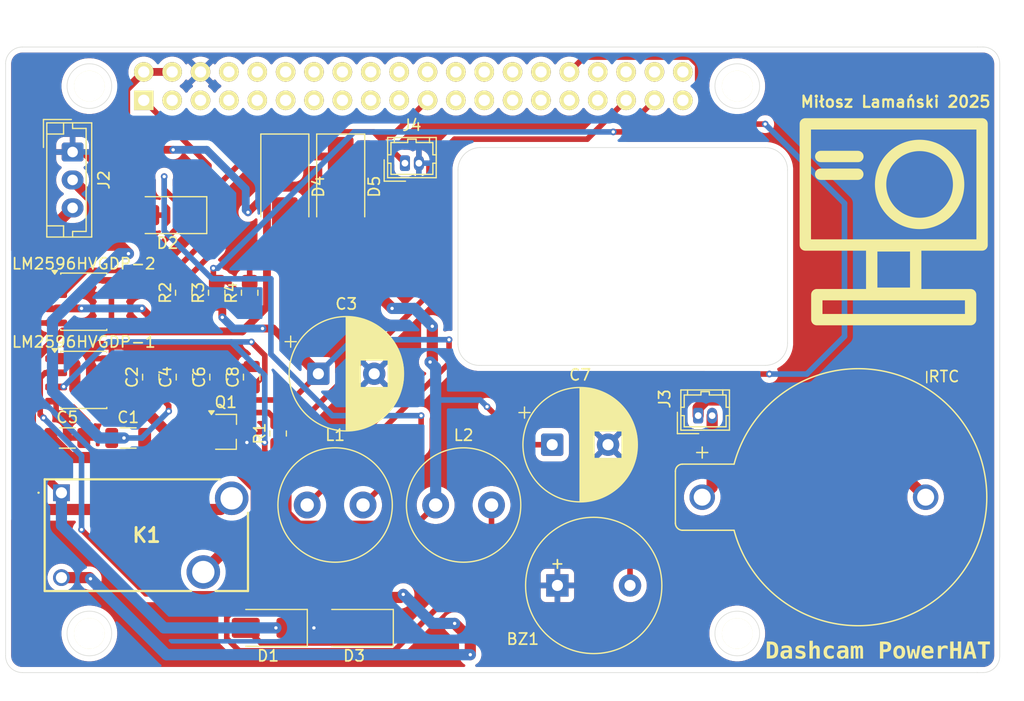
<source format=kicad_pcb>
(kicad_pcb (version 20241229) (generator "pcbnew") (generator_version "9.0")
  (title_block (title "Dashcam power board") (date "2025-10-11") (rev "1.0.0") (company "Miłosz Lamański"))
  (layers (0 "F.Cu" mixed) (2 "B.Cu" signal) (13 "F.Paste" user) (15 "B.Paste" user) (5 "F.SilkS" user "F.Silkscreen") (7 "B.SilkS" user "B.Silkscreen") (1 "F.Mask" user) (3 "B.Mask" user) (25 "Edge.Cuts" user))
  (net 0 "")
  (net 1 "GND")
  (net 2 "/12_ACC")
  (net 3 "/5V_ACC")
  (net 4 "/12_BATT_OUT")
  (net 5 "/5V_BATT")
  (net 6 "Net-(D1-A)")
  (net 7 "/5V")
  (net 8 "Net-(D2-K)")
  (net 9 "Net-(D3-K)")
  (net 10 "/LED_OUT")
  (net 11 "/RELAY_ENABLE")
  (net 12 "/ACC_SENSE")
  (net 13 "/BUZZ")
  (net 14 "/3.3V")
  (net 15 "/RESET_BTN")
  (net 16 "/12_BATT_IN")
  (net 17 "Net-(J3-Pin_2)")
  (net 18 "Net-(J3-Pin_1)")
  (net 19 "Net-(Q1-B)")
  (footprint "Diode_SMD:D_SMA" (layer "F.Cu") (at 83.2 93 180)
    (property "Reference" "D3" (at 0 -2.5 0) (layer "F.SilkS"))
    (property "Value" "D_Schottky")
    (pad "1" smd roundrect (at -2 0 180) (size 2.5 1.8) (layers "F.Cu" "F.Mask" "F.Paste") (roundrect_rratio 0.1388888889) (net 9 "Net-(D3-K)"))
    (pad "2" smd roundrect (at 2 0 180) (size 2.5 1.8) (layers "F.Cu" "F.Mask" "F.Paste") (roundrect_rratio 0.1388888889) (net 1 "GND"))
  )
  (footprint "Connector_Hirose:Hirose_DF13-02P-1.25DSA_1x02_P1.25mm_Vertical" (layer "F.Cu") (at 114 74)
    (property "Reference" "J3" (at -3 -1.5 90) (layer "F.SilkS"))
    (property "Value" "RTC_OUT")
    (pad "1" thru_hole roundrect (at 0 0) (size 0.9 1.4) (drill 0.6) (layers "*.Cu" "*.Mask") (net 18 "Net-(J3-Pin_1)"))
    (pad "2" thru_hole oval (at 1.25 0) (size 0.9 1.4) (drill 0.6) (layers "*.Cu" "*.Mask") (net 17 "Net-(J3-Pin_2)"))
  )
  (footprint "Diode_SMD:D_SMB_Handsoldering" (layer "F.Cu") (at 77 53.5 -90)
    (property "Reference" "D4" (at 0 -3 90) (layer "F.SilkS"))
    (property "Value" "D")
    (pad "1" smd roundrect (at -2.7 0 270) (size 3.5 2.3) (layers "F.Cu" "F.Mask" "F.Paste") (roundrect_rratio 0.1086956522) (net 7 "/5V"))
    (pad "2" smd roundrect (at 2.7 0 270) (size 3.5 2.3) (layers "F.Cu" "F.Mask" "F.Paste") (roundrect_rratio 0.1086956522) (net 3 "/5V_ACC"))
  )
  (footprint "Resistor_SMD:R_0805_2012Metric_Pad1.20x1.40mm_HandSolder" (layer "F.Cu") (at 70.9 63 90)
    (property "Reference" "R3" (at 0 -1.65 90) (layer "F.SilkS"))
    (property "Value" "1K07")
    (pad "1" smd roundrect (at -1 0 90) (size 1.2 1.4) (layers "F.Cu" "F.Mask" "F.Paste") (roundrect_rratio 0.208333) (net 3 "/5V_ACC"))
    (pad "2" smd roundrect (at 1 0 90) (size 1.2 1.4) (layers "F.Cu" "F.Mask" "F.Paste") (roundrect_rratio 0.208333) (net 12 "/ACC_SENSE"))
  )
  (footprint "Package_SO:SOIC-8_3.9x4.9mm_P1.27mm" (layer "F.Cu") (at 59 70.8)
    (property "Reference" "LM2596HVGDP-1" (at 0 -3.4 0) (layer "F.SilkS"))
    (property "Value" "~")
    (pad "1" smd roundrect (at -2.475 -1.905) (size 1.95 0.6) (layers "F.Cu" "F.Mask" "F.Paste") (net 4 "/12_BATT_OUT"))
    (pad "2" smd roundrect (at -2.475 -0.635) (size 1.95 0.6) (layers "F.Cu" "F.Mask" "F.Paste") (net 9 "Net-(D3-K)"))
    (pad "3" smd roundrect (at -2.475 0.635) (size 1.95 0.6) (layers "F.Cu" "F.Mask" "F.Paste") (net 5 "/5V_BATT"))
    (pad "4" smd roundrect (at -2.475 1.905) (size 1.95 0.6) (layers "F.Cu" "F.Mask" "F.Paste") (net 1 "GND"))
    (pad "5" smd roundrect (at 2.475 1.905) (size 1.95 0.6) (layers "F.Cu" "F.Mask" "F.Paste") (net 1 "GND"))
    (pad "6" smd roundrect (at 2.475 0.635) (size 1.95 0.6) (layers "F.Cu" "F.Mask" "F.Paste") (net 1 "GND"))
    (pad "7" smd roundrect (at 2.475 -0.635) (size 1.95 0.6) (layers "F.Cu" "F.Mask" "F.Paste") (net 1 "GND"))
    (pad "8" smd roundrect (at 2.475 -1.905) (size 1.95 0.6) (layers "F.Cu" "F.Mask" "F.Paste") (net 1 "GND"))
  )
  (footprint "Package_SO:SOIC-8_3.9x4.9mm_P1.27mm" (layer "F.Cu") (at 59 63.8)
    (property "Reference" "LM2596HVGDP-2" (at 0 -3.4 0) (layer "F.SilkS"))
    (property "Value" "~")
    (pad "1" smd roundrect (at -2.475 -1.905) (size 1.95 0.6) (layers "F.Cu" "F.Mask" "F.Paste") (net 2 "/12_ACC"))
    (pad "2" smd roundrect (at -2.475 -0.635) (size 1.95 0.6) (layers "F.Cu" "F.Mask" "F.Paste") (net 8 "Net-(D2-K)"))
    (pad "3" smd roundrect (at -2.475 0.635) (size 1.95 0.6) (layers "F.Cu" "F.Mask" "F.Paste") (net 3 "/5V_ACC"))
    (pad "4" smd roundrect (at -2.475 1.905) (size 1.95 0.6) (layers "F.Cu" "F.Mask" "F.Paste") (net 1 "GND"))
    (pad "5" smd roundrect (at 2.475 1.905) (size 1.95 0.6) (layers "F.Cu" "F.Mask" "F.Paste") (net 1 "GND"))
    (pad "6" smd roundrect (at 2.475 0.635) (size 1.95 0.6) (layers "F.Cu" "F.Mask" "F.Paste") (net 1 "GND"))
    (pad "7" smd roundrect (at 2.475 -0.635) (size 1.95 0.6) (layers "F.Cu" "F.Mask" "F.Paste") (net 1 "GND"))
    (pad "8" smd roundrect (at 2.475 -1.905) (size 1.95 0.6) (layers "F.Cu" "F.Mask" "F.Paste") (net 1 "GND"))
  )
  (footprint "Package_TO_SOT_SMD:TSOT-23_HandSoldering" (layer "F.Cu") (at 71.71 75.45)
    (property "Reference" "Q1" (at 0 -2.65 0) (layer "F.SilkS"))
    (property "Value" "NPN")
    (pad "1" smd roundrect (at -1.71 -0.95) (size 2 0.65) (layers "F.Cu" "F.Mask" "F.Paste") (net 6 "Net-(D1-A)"))
    (pad "2" smd roundrect (at -1.71 0.95) (size 2 0.65) (layers "F.Cu" "F.Mask" "F.Paste") (net 19 "Net-(Q1-B)"))
    (pad "3" smd roundrect (at 1.71 0) (size 2 0.65) (layers "F.Cu" "F.Mask" "F.Paste") (net 1 "GND"))
  )
  (footprint "Connector_Hirose:Hirose_DF13-02P-1.25DSA_1x02_P1.25mm_Vertical" (layer "F.Cu") (at 87.75 51.4)
    (property "Reference" "J4" (at 0.62 -3.4 0) (layer "F.SilkS"))
    (property "Value" "RESET_BTN")
    (pad "1" thru_hole roundrect (at 0 0) (size 0.9 1.4) (drill 0.6) (layers "*.Cu" "*.Mask") (net 15 "/RESET_BTN"))
    (pad "2" thru_hole oval (at 1.25 0) (size 0.9 1.4) (drill 0.6) (layers "*.Cu" "*.Mask") (net 1 "GND"))
  )
  (footprint "Diode_SMD:D_SMB_Handsoldering" (layer "F.Cu") (at 82 53.5 -90)
    (property "Reference" "D5" (at 0 -3 90) (layer "F.SilkS"))
    (property "Value" "D")
    (pad "1" smd roundrect (at -2.7 0 270) (size 3.5 2.3) (layers "F.Cu" "F.Mask" "F.Paste") (roundrect_rratio 0.1086956522) (net 7 "/5V"))
    (pad "2" smd roundrect (at 2.7 0 270) (size 3.5 2.3) (layers "F.Cu" "F.Mask" "F.Paste") (roundrect_rratio 0.1086956522) (net 5 "/5V_BATT"))
  )
  (footprint "Resistor_SMD:R_0805_2012Metric_Pad1.20x1.40mm_HandSolder" (layer "F.Cu") (at 67.95 63 90)
    (property "Reference" "R2" (at 0 -1.65 90) (layer "F.SilkS"))
    (property "Value" "10K")
    (pad "1" smd roundrect (at -1 0 90) (size 1.2 1.4) (layers "F.Cu" "F.Mask" "F.Paste") (roundrect_rratio 0.208333) (net 14 "/3.3V"))
    (pad "2" smd roundrect (at 1 0 90) (size 1.2 1.4) (layers "F.Cu" "F.Mask" "F.Paste") (roundrect_rratio 0.208333) (net 15 "/RESET_BTN"))
  )
  (footprint "1066:BAT_1066" (layer "F.Cu") (at 128.232601 81.3 -90)
    (property "Reference" "RTC" (at -10.8 -7.767399 0) (layer "F.SilkS"))
    (property "Value" "1066")
    (pad "N" thru_hole circle (at 0 -6.13 270) (size 2.28 2.28) (drill 1.52) (layers "*.Cu" "*.Mask") (net 18 "Net-(J3-Pin_1)"))
    (pad "P" thru_hole circle (at 0 13.87 270) (size 2.28 2.28) (drill 1.52) (layers "*.Cu" "*.Mask") (net 17 "Net-(J3-Pin_2)"))
  )
  (footprint "Library:AHQSH105LM100G" (layer "F.Cu") (at 57 80.9)
    (property "Reference" "K1" (at 7.62 3.8 0) (layer "F.SilkS") (effects (font (size 1.27 1.27) (thickness 0.254))))
    (property "Value" "AHQSH105LM100G" (hide yes))
    (pad "1" thru_hole rect (at 0 0) (size 1.5 1.5) (drill 1) (layers "*.Cu" "*.Mask") (net 7 "/5V"))
    (pad "2" thru_hole circle (at 0 7.6) (size 1.5 1.5) (drill 1) (layers "*.Cu" "*.Mask") (net 6 "Net-(D1-A)"))
    (pad "3" thru_hole circle (at 12.7 7.1) (size 3 3) (drill 2) (layers "*.Cu" "*.Mask") (net 4 "/12_BATT_OUT"))
    (pad "4" thru_hole circle (at 15.24 0.5) (size 3 3) (drill 2) (layers "*.Cu" "*.Mask") (net 16 "/12_BATT_IN"))
  )
  (footprint "Capacitor_SMD:C_0805_2012Metric" (layer "F.Cu") (at 65 70.55 90)
    (property "Reference" "C2" (at 0 -1.68 90) (layer "F.SilkS"))
    (property "Value" "0.1µF")
    (pad "1" smd roundrect (at -0.95 0 90) (size 1 1.45) (layers "F.Cu" "F.Mask" "F.Paste") (net 2 "/12_ACC"))
    (pad "2" smd roundrect (at 0.95 0 90) (size 1 1.45) (layers "F.Cu" "F.Mask" "F.Paste") (net 1 "GND"))
  )
  (footprint "Resistor_SMD:R_0805_2012Metric_Pad1.20x1.40mm_HandSolder" (layer "F.Cu") (at 73.85 63 90)
    (property "Reference" "R4" (at 0 -1.65 90) (layer "F.SilkS"))
    (property "Value" "1K96")
    (pad "1" smd roundrect (at -1 0 90) (size 1.2 1.4) (layers "F.Cu" "F.Mask" "F.Paste") (roundrect_rratio 0.208333) (net 12 "/ACC_SENSE"))
    (pad "2" smd roundrect (at 1 0 90) (size 1.2 1.4) (layers "F.Cu" "F.Mask" "F.Paste") (roundrect_rratio 0.208333) (net 1 "GND"))
  )
  (footprint "Capacitor_SMD:C_0805_2012Metric" (layer "F.Cu") (at 71.02 70.55 90)
    (property "Reference" "C6" (at 0 -1.68 90) (layer "F.SilkS"))
    (property "Value" "0.1µF")
    (pad "1" smd roundrect (at -0.95 0 90) (size 1 1.45) (layers "F.Cu" "F.Mask" "F.Paste") (net 4 "/12_BATT_OUT"))
    (pad "2" smd roundrect (at 0.95 0 90) (size 1 1.45) (layers "F.Cu" "F.Mask" "F.Paste") (net 1 "GND"))
  )
  (footprint "Connector_JST:JST_EH_B3B-EH-A_1x03_P2.50mm_Vertical" (layer "F.Cu") (at 58 50.4 -90)
    (property "Reference" "J2" (at 2.5 -2.8 90) (layer "F.SilkS"))
    (property "Value" "Conn_01x03_Pin")
    (pad "1" thru_hole roundrect (at 0 0 270) (size 1.7 1.95) (drill 0.95) (layers "*.Cu" "*.Mask") (roundrect_rratio 0.147059) (net 1 "GND"))
    (pad "2" thru_hole oval (at 2.5 0 270) (size 1.7 1.95) (drill 0.95) (layers "*.Cu" "*.Mask") (net 2 "/12_ACC"))
    (pad "3" thru_hole oval (at 5 0 270) (size 1.7 1.95) (drill 0.95) (layers "*.Cu" "*.Mask") (net 16 "/12_BATT_IN"))
  )
  (footprint "Capacitor_SMD:C_1206_3216Metric" (layer "F.Cu") (at 57.525 76)
    (property "Reference" "C5" (at 0 -1.85 0) (layer "F.SilkS"))
    (property "Value" "100µF")
    (pad "1" smd roundrect (at -1.475 0) (size 1.15 1.8) (layers "F.Cu" "F.Mask" "F.Paste") (roundrect_rratio 0.217391) (net 4 "/12_BATT_OUT"))
    (pad "2" smd roundrect (at 1.475 0) (size 1.15 1.8) (layers "F.Cu" "F.Mask" "F.Paste") (roundrect_rratio 0.217391) (net 1 "GND"))
  )
  (footprint "Buzzer_Beeper:MagneticBuzzer_StarMicronics_QMX" (layer "F.Cu") (at 101.4 89.2)
    (property "Reference" "BZ1" (at -3.1 4.8 0) (layer "F.SilkS"))
    (property "Value" "Buzzer")
    (fp_text user "+" (at 0 -2 0) (layer "F.SilkS"))
    (pad "1" thru_hole rect (at 0 0) (size 2 2) (drill 1) (layers "*.Cu" "*.Mask") (net 1 "GND"))
    (pad "2" thru_hole circle (at 6.5 0) (size 2 2) (drill 1) (layers "*.Cu" "*.Mask") (net 13 "/BUZZ"))
  )
  (footprint "Resistor_SMD:R_0805_2012Metric_Pad1.20x1.40mm_HandSolder" (layer "F.Cu") (at 76.4 75.6 90)
    (property "Reference" "R1" (at 0 -1.65 90) (layer "F.SilkS"))
    (property "Value" "1K")
    (pad "1" smd roundrect (at -1 0 90) (size 1.2 1.4) (layers "F.Cu" "F.Mask" "F.Paste") (roundrect_rratio 0.208333) (net 11 "/RELAY_ENABLE"))
    (pad "2" smd roundrect (at 1 0 90) (size 1.2 1.4) (layers "F.Cu" "F.Mask" "F.Paste") (roundrect_rratio 0.208333) (net 19 "Net-(Q1-B)"))
  )
  (footprint "Capacitor_SMD:C_0805_2012Metric" (layer "F.Cu") (at 68.01 70.55 90)
    (property "Reference" "C4" (at 0 -1.68 90) (layer "F.SilkS"))
    (property "Value" "0.1µF")
    (pad "1" smd roundrect (at -0.95 0 90) (size 1 1.45) (layers "F.Cu" "F.Mask" "F.Paste") (net 3 "/5V_ACC"))
    (pad "2" smd roundrect (at 0.95 0 90) (size 1 1.45) (layers "F.Cu" "F.Mask" "F.Paste") (net 1 "GND"))
  )
  (footprint "Diode_SMD:D_SMA" (layer "F.Cu") (at 75.5 93 180)
    (property "Reference" "D1" (at 0 -2.5 0) (layer "F.SilkS"))
    (property "Value" "D")
    (pad "1" smd roundrect (at -2 0 180) (size 2.5 1.8) (layers "F.Cu" "F.Mask" "F.Paste") (roundrect_rratio 0.1388888889) (net 7 "/5V"))
    (pad "2" smd roundrect (at 2 0 180) (size 2.5 1.8) (layers "F.Cu" "F.Mask" "F.Paste") (roundrect_rratio 0.1388888889) (net 6 "Net-(D1-A)"))
  )
  (footprint "Capacitor_THT:CP_Radial_D10.0mm_P5.00mm" (layer "F.Cu") (at 80 70.249999)
    (property "Reference" "C3" (at 2.5 -6.25 0) (layer "F.SilkS"))
    (property "Value" "1000µF")
    (pad "1" thru_hole roundrect (at 0 0) (size 2 2) (drill 1) (layers "*.Cu" "*.Mask") (roundrect_rratio 0.125) (net 3 "/5V_ACC"))
    (pad "2" thru_hole circle (at 5 0) (size 2 2) (drill 1) (layers "*.Cu" "*.Mask") (net 1 "GND"))
  )
  (footprint "Inductor_THT:L_Radial_D10.0mm_P5.00mm_Neosid_SD12k_style3" (layer "F.Cu") (at 90.5 82)
    (property "Reference" "L2" (at 2.5 -6.25 0) (layer "F.SilkS"))
    (property "Value" "L")
    (pad "1" thru_hole circle (at 0 0) (size 2.4 2.4) (drill 1.2) (layers "*.Cu" "*.Mask") (net 5 "/5V_BATT"))
    (pad "2" thru_hole circle (at 5 0) (size 2.4 2.4) (drill 1.2) (layers "*.Cu" "*.Mask") (net 9 "Net-(D3-K)"))
  )
  (footprint "Capacitor_SMD:C_1206_3216Metric" (layer "F.Cu") (at 62.975 76)
    (property "Reference" "C1" (at 0 -1.85 0) (layer "F.SilkS"))
    (property "Value" "100µF")
    (pad "1" smd roundrect (at -1.475 0) (size 1.15 1.8) (layers "F.Cu" "F.Mask" "F.Paste") (roundrect_rratio 0.217391) (net 2 "/12_ACC"))
    (pad "2" smd roundrect (at 1.475 0) (size 1.15 1.8) (layers "F.Cu" "F.Mask" "F.Paste") (roundrect_rratio 0.217391) (net 1 "GND"))
  )
  (footprint "Capacitor_THT:CP_Radial_D10.0mm_P5.00mm" (layer "F.Cu") (at 100.932323 76.6)
    (property "Reference" "C7" (at 2.5 -6.25 0) (layer "F.SilkS"))
    (property "Value" "1000µF")
    (pad "1" thru_hole roundrect (at 0 0) (size 2 2) (drill 1) (layers "*.Cu" "*.Mask") (roundrect_rratio 0.125) (net 5 "/5V_BATT"))
    (pad "2" thru_hole circle (at 5 0) (size 2 2) (drill 1) (layers "*.Cu" "*.Mask") (net 1 "GND"))
  )
  (footprint "Diode_SMD:D_SMA" (layer "F.Cu") (at 66.5 56.05 180)
    (property "Reference" "D2" (at 0 -2.5 0) (layer "F.SilkS"))
    (property "Value" "D_Schottky")
    (pad "1" smd roundrect (at -2 0 180) (size 2.5 1.8) (layers "F.Cu" "F.Mask" "F.Paste") (roundrect_rratio 0.1388888889) (net 8 "Net-(D2-K)"))
    (pad "2" smd roundrect (at 2 0 180) (size 2.5 1.8) (layers "F.Cu" "F.Mask" "F.Paste") (roundrect_rratio 0.1388888889) (net 1 "GND"))
  )
  (footprint "Capacitor_SMD:C_0805_2012Metric" (layer "F.Cu") (at 74.03 70.55 90)
    (property "Reference" "C8" (at 0 -1.68 90) (layer "F.SilkS"))
    (property "Value" "0.1µF")
    (pad "1" smd roundrect (at -0.95 0 90) (size 1 1.45) (layers "F.Cu" "F.Mask" "F.Paste") (net 5 "/5V_BATT"))
    (pad "2" smd roundrect (at 0.95 0 90) (size 1 1.45) (layers "F.Cu" "F.Mask" "F.Paste") (net 1 "GND"))
  )
  (footprint "orangepi:orangepi_3b" (layer "F.Cu") (at 88.5 44.5)
    (property "Reference" "J5" (hide yes))
    (property "Value" "Conn_02x20_Odd_Even")
    (pad "" np_thru_hole circle (at -29 0) (size 2.75 2.75) (drill 2.75) (layers "*.Cu" "*.Mask" "F.SilkS"))
    (pad "" np_thru_hole circle (at -29 49) (size 2.75 2.75) (drill 2.75) (layers "*.Cu" "*.Mask" "F.SilkS"))
    (pad "" np_thru_hole circle (at 29 0) (size 2.75 2.75) (drill 2.75) (layers "*.Cu" "*.Mask" "F.SilkS"))
    (pad "" np_thru_hole circle (at 29 49) (size 2.75 2.75) (drill 2.75) (layers "*.Cu" "*.Mask" "F.SilkS"))
    (pad "1" thru_hole rect (at -24.13 1.27) (size 1.75 1.75) (drill 1.016) (layers "*.Cu" "*.Mask" "F.SilkS") (net 14 "/3.3V"))
    (pad "2" thru_hole circle (at -24.13 -1.27) (size 1.75 1.75) (drill 1.016) (layers "*.Cu" "*.Mask" "F.SilkS") (net 7 "/5V"))
    (pad "3" thru_hole circle (at -21.59 1.27) (size 1.75 1.75) (drill 1.016) (layers "*.Cu" "*.Mask" "F.SilkS"))
    (pad "4" thru_hole circle (at -21.59 -1.27) (size 1.75 1.75) (drill 1.016) (layers "*.Cu" "*.Mask" "F.SilkS") (net 7 "/5V"))
    (pad "5" thru_hole circle (at -19.05 1.27) (size 1.75 1.75) (drill 1.016) (layers "*.Cu" "*.Mask" "F.SilkS"))
    (pad "6" thru_hole circle (at -19.05 -1.27) (size 1.75 1.75) (drill 1.016) (layers "*.Cu" "*.Mask" "F.SilkS") (net 1 "GND"))
    (pad "7" thru_hole circle (at -16.51 1.27) (size 1.75 1.75) (drill 1.016) (layers "*.Cu" "*.Mask" "F.SilkS"))
    (pad "8" thru_hole circle (at -16.51 -1.27) (size 1.75 1.75) (drill 1.016) (layers "*.Cu" "*.Mask" "F.SilkS"))
    (pad "9" thru_hole circle (at -13.97 1.27) (size 1.75 1.75) (drill 1.016) (layers "*.Cu" "*.Mask" "F.SilkS"))
    (pad "10" thru_hole circle (at -13.97 -1.27) (size 1.75 1.75) (drill 1.016) (layers "*.Cu" "*.Mask" "F.SilkS"))
    (pad "11" thru_hole circle (at -11.43 1.27) (size 1.75 1.75) (drill 1.016) (layers "*.Cu" "*.Mask" "F.SilkS"))
    (pad "12" thru_hole circle (at -11.43 -1.27) (size 1.75 1.75) (drill 1.016) (layers "*.Cu" "*.Mask" "F.SilkS"))
    (pad "13" thru_hole circle (at -8.89 1.27) (size 1.75 1.75) (drill 1.016) (layers "*.Cu" "*.Mask" "F.SilkS"))
    (pad "14" thru_hole circle (at -8.89 -1.27) (size 1.75 1.75) (drill 1.016) (layers "*.Cu" "*.Mask" "F.SilkS"))
    (pad "15" thru_hole circle (at -6.35 1.27) (size 1.75 1.75) (drill 1.016) (layers "*.Cu" "*.Mask" "F.SilkS"))
    (pad "16" thru_hole circle (at -6.35 -1.27) (size 1.75 1.75) (drill 1.016) (layers "*.Cu" "*.Mask" "F.SilkS"))
    (pad "17" thru_hole circle (at -3.81 1.27) (size 1.75 1.75) (drill 1.016) (layers "*.Cu" "*.Mask" "F.SilkS"))
    (pad "18" thru_hole circle (at -3.81 -1.27) (size 1.75 1.75) (drill 1.016) (layers "*.Cu" "*.Mask" "F.SilkS"))
    (pad "19" thru_hole circle (at -1.27 1.27) (size 1.75 1.75) (drill 1.016) (layers "*.Cu" "*.Mask" "F.SilkS"))
    (pad "20" thru_hole circle (at -1.27 -1.27) (size 1.75 1.75) (drill 1.016) (layers "*.Cu" "*.Mask" "F.SilkS"))
    (pad "21" thru_hole circle (at 1.27 1.27) (size 1.75 1.75) (drill 1.016) (layers "*.Cu" "*.Mask" "F.SilkS") (net 15 "/RESET_BTN"))
    (pad "22" thru_hole circle (at 1.27 -1.27) (size 1.75 1.75) (drill 1.016) (layers "*.Cu" "*.Mask" "F.SilkS"))
    (pad "23" thru_hole circle (at 3.81 1.27) (size 1.75 1.75) (drill 1.016) (layers "*.Cu" "*.Mask" "F.SilkS") (net 10 "/LED_OUT"))
    (pad "24" thru_hole circle (at 3.81 -1.27) (size 1.75 1.75) (drill 1.016) (layers "*.Cu" "*.Mask" "F.SilkS"))
    (pad "25" thru_hole circle (at 6.35 1.27) (size 1.75 1.75) (drill 1.016) (layers "*.Cu" "*.Mask" "F.SilkS"))
    (pad "26" thru_hole circle (at 6.35 -1.27) (size 1.75 1.75) (drill 1.016) (layers "*.Cu" "*.Mask" "F.SilkS"))
    (pad "27" thru_hole circle (at 8.89 1.27) (size 1.75 1.75) (drill 1.016) (layers "*.Cu" "*.Mask" "F.SilkS"))
    (pad "28" thru_hole circle (at 8.89 -1.27) (size 1.75 1.75) (drill 1.016) (layers "*.Cu" "*.Mask" "F.SilkS"))
    (pad "29" thru_hole circle (at 11.43 1.27) (size 1.75 1.75) (drill 1.016) (layers "*.Cu" "*.Mask" "F.SilkS"))
    (pad "30" thru_hole circle (at 11.43 -1.27) (size 1.75 1.75) (drill 1.016) (layers "*.Cu" "*.Mask" "F.SilkS"))
    (pad "31" thru_hole circle (at 13.97 1.27) (size 1.75 1.75) (drill 1.016) (layers "*.Cu" "*.Mask" "F.SilkS"))
    (pad "32" thru_hole circle (at 13.97 -1.27) (size 1.75 1.75) (drill 1.016) (layers "*.Cu" "*.Mask" "F.SilkS") (net 13 "/BUZZ"))
    (pad "33" thru_hole circle (at 16.51 1.27) (size 1.75 1.75) (drill 1.016) (layers "*.Cu" "*.Mask" "F.SilkS"))
    (pad "34" thru_hole circle (at 16.51 -1.27) (size 1.75 1.75) (drill 1.016) (layers "*.Cu" "*.Mask" "F.SilkS"))
    (pad "35" thru_hole circle (at 19.05 1.27) (size 1.75 1.75) (drill 1.016) (layers "*.Cu" "*.Mask" "F.SilkS") (net 11 "/RELAY_ENABLE"))
    (pad "36" thru_hole circle (at 19.05 -1.27) (size 1.75 1.75) (drill 1.016) (layers "*.Cu" "*.Mask" "F.SilkS"))
    (pad "37" thru_hole circle (at 21.59 1.27) (size 1.75 1.75) (drill 1.016) (layers "*.Cu" "*.Mask" "F.SilkS") (net 12 "/ACC_SENSE"))
    (pad "38" thru_hole circle (at 21.59 -1.27) (size 1.75 1.75) (drill 1.016) (layers "*.Cu" "*.Mask" "F.SilkS"))
    (pad "39" thru_hole circle (at 24.13 1.27) (size 1.75 1.75) (drill 1.016) (layers "*.Cu" "*.Mask" "F.SilkS"))
    (pad "40" thru_hole circle (at 24.13 -1.27) (size 1.75 1.75) (drill 1.016) (layers "*.Cu" "*.Mask" "F.SilkS"))
  )
  (footprint "Inductor_THT:L_Radial_D10.0mm_P5.00mm_Neosid_SD12k_style3" (layer "F.Cu") (at 79 82)
    (property "Reference" "L1" (at 2.5 -6.25 0) (layer "F.SilkS"))
    (property "Value" "L")
    (pad "1" thru_hole circle (at 0 0) (size 2.4 2.4) (drill 1.2) (layers "*.Cu" "*.Mask") (net 3 "/5V_ACC"))
    (pad "2" thru_hole circle (at 5 0) (size 2.4 2.4) (drill 1.2) (layers "*.Cu" "*.Mask") (net 8 "Net-(D2-K)"))
  )
  (gr_poly (pts (xy 139.416863 58.7248) (xy 123.592662 58.7248) (xy 123.592662 47.879) (xy 139.416863 47.879)) (stroke (width 1.016)) (fill no) (layer "F.SilkS"))
  (gr_line (start 124.963579 52.39004) (end 128.292535 52.39004) (stroke (width 1.016)) (layer "F.SilkS"))
  (gr_poly (pts (xy 133.473186 63.0428) (xy 129.536186 63.0428) (xy 129.536186 58.801) (xy 133.473186 58.801)) (stroke (width 1.016)) (fill no) (layer "F.SilkS"))
  (gr_line (start 124.971044 50.8) (end 128.3 50.8) (stroke (width 1.016)) (layer "F.SilkS"))
  (gr_poly (pts (xy 138.388087 65.405) (xy 124.621286 65.405) (xy 124.621286 63.1698) (xy 138.388087 63.1698)) (stroke (width 1.016)) (fill no) (layer "F.SilkS"))
  (gr_poly (pts (xy 134.002667 49.813945) (xy 134.180031 49.827432) (xy 134.354817 49.849642) (xy 134.526804 49.880355) (xy 134.695774 49.919353) (xy 134.861506 49.966416) (xy 135.023782 50.021324) (xy 135.182382 50.083858) (xy 135.337087 50.153799) (xy 135.487677 50.230926) (xy 135.633932 50.315021) (xy 135.775634 50.405864) (xy 135.912562 50.503236) (xy 136.044498 50.606918) (xy 136.171222 50.716689) (xy 136.292514 50.83233) (xy 136.408156 50.953622) (xy 136.517927 51.080346) (xy 136.621608 51.212282) (xy 136.71898 51.34921) (xy 136.809823 51.490912) (xy 136.893918 51.637167) (xy 136.971046 51.787757) (xy 137.040986 51.942462) (xy 137.10352 52.101062) (xy 137.158428 52.263338) (xy 137.205491 52.42907) (xy 137.244489 52.59804) (xy 137.275203 52.770027) (xy 137.297413 52.944812) (xy 137.3109 53.122177) (xy 137.315444 53.3019) (xy 137.3109 53.481624) (xy 137.297413 53.658988) (xy 137.275203 53.833774) (xy 137.244489 54.005761) (xy 137.205491 54.174731) (xy 137.158428 54.340463) (xy 137.10352 54.502739) (xy 137.040986 54.661339) (xy 136.971046 54.816044) (xy 136.893918 54.966633) (xy 136.809823 55.112889) (xy 136.71898 55.254591) (xy 136.621608 55.391519) (xy 136.517927 55.523455) (xy 136.408156 55.650179) (xy 136.292514 55.771471) (xy 136.171222 55.887113) (xy 136.044498 55.996884) (xy 135.912562 56.100565) (xy 135.775634 56.197937) (xy 135.633932 56.28878) (xy 135.487677 56.372875) (xy 135.337087 56.450003) (xy 135.182382 56.519943) (xy 135.023782 56.582477) (xy 134.861506 56.637385) (xy 134.695774 56.684448) (xy 134.526804 56.723446) (xy 134.354817 56.75416) (xy 134.180031 56.77637) (xy 134.002667 56.789857) (xy 133.822943 56.794401) (xy 133.643219 56.789857) (xy 133.465855 56.77637) (xy 133.29107 56.75416) (xy 133.119083 56.723446) (xy 132.950113 56.684448) (xy 132.784381 56.637385) (xy 132.622105 56.582477) (xy 132.463505 56.519943) (xy 132.3088 56.450003) (xy 132.158211 56.372875) (xy 132.011955 56.28878) (xy 131.870254 56.197937) (xy 131.733325 56.100565) (xy 131.601389 55.996884) (xy 131.474666 55.887113) (xy 131.353373 55.771471) (xy 131.237732 55.650179) (xy 131.127961 55.523455) (xy 131.02428 55.391519) (xy 130.926908 55.254591) (xy 130.836065 55.112889) (xy 130.75197 54.966633) (xy 130.674842 54.816044) (xy 130.604902 54.661339) (xy 130.542368 54.502739) (xy 130.48746 54.340463) (xy 130.440397 54.174731) (xy 130.401399 54.005761) (xy 130.370686 53.833774) (xy 130.348476 53.658988) (xy 130.334989 53.481624) (xy 130.330444 53.3019) (xy 130.334989 53.122177) (xy 130.348476 52.944812) (xy 130.370686 52.770027) (xy 130.401399 52.59804) (xy 130.440397 52.42907) (xy 130.48746 52.263338) (xy 130.542368 52.101062) (xy 130.604902 51.942462) (xy 130.674842 51.787757) (xy 130.75197 51.637167) (xy 130.836065 51.490912) (xy 130.926908 51.34921) (xy 131.02428 51.212282) (xy 131.127961 51.080346) (xy 131.237732 50.953622) (xy 131.353373 50.83233) (xy 131.474666 50.716689) (xy 131.601389 50.606918) (xy 131.733325 50.503236) (xy 131.870254 50.405864) (xy 132.011955 50.315021) (xy 132.158211 50.230926) (xy 132.3088 50.153799) (xy 132.463505 50.083858) (xy 132.622105 50.021324) (xy 132.784381 49.966416) (xy 132.950113 49.919353) (xy 133.119083 49.880355) (xy 133.29107 49.849642) (xy 133.465855 49.827432) (xy 133.643219 49.813945) (xy 133.822943 49.8094)) (stroke (width 1.016)) (fill no) (layer "F.SilkS"))
  (gr_arc (start 141 95.5) (mid 140.56066 96.56066) (end 139.5 97) (stroke (width 0.05)) (layer "Edge.Cuts"))
  (gr_arc (start 52 42.5) (mid 52.43934 41.43934) (end 53.5 41) (stroke (width 0.05)) (layer "Edge.Cuts"))
  (gr_arc (start 139.5 41) (mid 140.56066 41.43934) (end 141 42.5) (stroke (width 0.05)) (layer "Edge.Cuts"))
  (gr_circle (center 117.5 93.5) (end 119.5 93.5) (stroke (width 0.05)) (fill no) (layer "Edge.Cuts"))
  (gr_arc (start 94.4 69.5) (mid 93.056497 68.943503) (end 92.5 67.6) (stroke (width 0.05)) (layer "Edge.Cuts"))
  (gr_line (start 139 41) (end 139.5 41) (stroke (width 0.05)) (layer "Edge.Cuts"))
  (gr_line (start 139 97) (end 53.5 97) (stroke (width 0.05)) (layer "Edge.Cuts"))
  (gr_arc (start 120 50) (mid 121.414214 50.585787) (end 122 52.000001) (stroke (width 0.05)) (layer "Edge.Cuts"))
  (gr_line (start 120 69.5) (end 94.4 69.5) (stroke (width 0.05)) (layer "Edge.Cuts"))
  (gr_line (start 122 52.000001) (end 122 67.5) (stroke (width 0.05)) (layer "Edge.Cuts"))
  (gr_line (start 53.5 41) (end 139 41) (stroke (width 0.05)) (layer "Edge.Cuts"))
  (gr_line (start 139 97) (end 139.5 97) (stroke (width 0.05)) (layer "Edge.Cuts"))
  (gr_circle (center 117.5 44.5) (end 119.5 44.5) (stroke (width 0.05)) (fill no) (layer "Edge.Cuts"))
  (gr_arc (start 92.5 52) (mid 93.085786 50.585786) (end 94.5 50) (stroke (width 0.05)) (layer "Edge.Cuts"))
  (gr_line (start 94.5 50) (end 120 50) (stroke (width 0.05)) (layer "Edge.Cuts"))
  (gr_arc (start 122 67.5) (mid 121.414214 68.914214) (end 120 69.5) (stroke (width 0.05)) (layer "Edge.Cuts"))
  (gr_line (start 52 95.5) (end 52 42.5) (stroke (width 0.05)) (layer "Edge.Cuts"))
  (gr_circle (center 59.5 93.5) (end 57.5 93.5) (stroke (width 0.05)) (fill no) (layer "Edge.Cuts"))
  (gr_arc (start 53.5 97) (mid 52.43934 96.56066) (end 52 95.5) (stroke (width 0.05)) (layer "Edge.Cuts"))
  (gr_line (start 92.5 67.6) (end 92.5 52) (stroke (width 0.05)) (layer "Edge.Cuts"))
  (gr_circle (center 59.5 44.5) (end 57.5 44.5) (stroke (width 0.05)) (fill no) (layer "Edge.Cuts"))
  (gr_line (start 141 42.5) (end 141 95.5) (stroke (width 0.05)) (layer "Edge.Cuts"))
  (gr_text "Miłosz Lamański 2025" (at 123.063579 46.49004 0) (layer "F.SilkS") (effects (font (size 1 1) (thickness 0.2) (bold yes)) (justify left bottom)))
  (gr_text "Dashcam PowerHAT" (at 120 96 0) (layer "F.SilkS") (effects (font (size 1.5 1.5) (thickness 0.3) (bold yes)) (justify left bottom)))
  (segment (start 73.6 76.4) (end 73.6 75.63) (width 1) (layer "F.Cu") (net 1))
  (segment (start 81.2 93) (end 79.6 93) (width 1) (layer "F.Cu") (net 1))
  (segment (start 73.6 75.63) (end 73.42 75.45) (width 1) (layer "F.Cu") (net 1))
  (segment (start 58.85 50.4) (end 58 50.4) (width 0.5) (layer "F.Cu") (net 1))
  (segment (start 64.5 56.05) (end 58.85 50.4) (width 0.5) (layer "F.Cu") (net 1))
  (via (at 79.6 93) (size 0.6) (drill 0.3) (layers "F.Cu" "B.Cu") (net 1))
  (via (at 73.6 76.4) (size 0.6) (drill 0.3) (layers "F.Cu" "B.Cu") (net 1))
  (segment (start 74.45 77.25) (end 73.6 76.4) (width 1) (layer "B.Cu") (net 1))
  (segment (start 74.45 87.85) (end 74.45 77.25) (width 1) (layer "B.Cu") (net 1))
  (segment (start 79.6 93) (end 74.45 87.85) (width 1) (layer "B.Cu") (net 1))
  (segment (start 66.6 73.1) (end 65 71.5) (width 0.5) (layer "F.Cu") (net 2))
  (segment (start 66.6 73.6) (end 66.6 73.1) (width 0.5) (layer "F.Cu") (net 2))
  (segment (start 62.244 58.744) (end 63 59.5) (width 1) (layer "F.Cu") (net 2))
  (segment (start 58 52.9) (end 59.676 54.576) (width 1) (layer "F.Cu") (net 2))
  (segment (start 59.676 54.576) (end 59.676 58.744) (width 1) (layer "F.Cu") (net 2))
  (segment (start 61.5 76) (end 62.6 76) (width 0.5) (layer "F.Cu") (net 2))
  (segment (start 59.676 58.744) (end 56.525 61.895) (width 1) (layer "F.Cu") (net 2))
  (segment (start 59.676 58.744) (end 62.244 58.744) (width 1) (layer "F.Cu") (net 2))
  (via (at 62.6 76) (size 0.6) (drill 0.3) (layers "F.Cu" "B.Cu") (net 2))
  (via (at 66.6 73.6) (size 0.6) (drill 0.3) (layers "F.Cu" "B.Cu") (net 2))
  (via (at 63 59.5) (size 0.6) (drill 0.3) (layers "F.Cu" "B.Cu") (net 2))
  (via (at 62.6 76) (size 0.6) (drill 0.3) (layers "F.Cu" "B.Cu") (net 2))
  (segment (start 60.384372 76) (end 62.6 76) (width 1) (layer "B.Cu") (net 2))
  (segment (start 56.199 65.514662) (end 56.199 71.814628) (width 1) (layer "B.Cu") (net 2))
  (segment (start 63 59.5) (end 62.213662 59.5) (width 1) (layer "B.Cu") (net 2))
  (segment (start 62.213662 59.5) (end 56.199 65.514662) (width 1) (layer "B.Cu") (net 2))
  (segment (start 62.6 76) (end 64.2 76) (width 0.5) (layer "B.Cu") (net 2))
  (segment (start 64.2 76) (end 66.6 73.6) (width 0.5) (layer "B.Cu") (net 2))
  (segment (start 56.199 71.814628) (end 60.384372 76) (width 1) (layer "B.Cu") (net 2))
  (segment (start 70.9 64) (end 69.7 65.2) (width 0.7) (layer "F.Cu") (net 3))
  (segment (start 77 56.2) (end 77 67.249999) (width 1) (layer "F.Cu") (net 3))
  (segment (start 58.8 64.4) (end 56.56 64.4) (width 0.7) (layer "F.Cu") (net 3))
  (segment (start 75.950001 66.2) (end 75 66.2) (width 0.7) (layer "F.Cu") (net 3))
  (segment (start 68.01 71.5) (end 69.11 72.6) (width 0.5) (layer "F.Cu") (net 3))
  (segment (start 80 70.249999) (end 75.950001 66.2) (width 0.7) (layer "F.Cu") (net 3))
  (segment (start 77 67.249999) (end 80 70.249999) (width 1) (layer "F.Cu") (net 3))
  (segment (start 65 65.2) (end 64.2 64.4) (width 0.7) (layer "F.Cu") (net 3))
  (segment (start 77.649999 72.6) (end 80 70.249999) (width 0.5) (layer "F.Cu") (net 3))
  (segment (start 71.4 64.5) (end 70.9 64) (width 0.5) (layer "F.Cu") (net 3))
  (segment (start 56.56 64.4) (end 56.525 64.435) (width 0.5) (layer "F.Cu") (net 3))
  (segment (start 79 82) (end 91.7 69.3) (width 0.5) (layer "F.Cu") (net 3))
  (segment (start 71.4 65.2) (end 71.4 64.5) (width 0.7) (layer "F.Cu") (net 3))
  (segment (start 91.7 69.3) (end 91.7 67.2) (width 0.5) (layer "F.Cu") (net 3))
  (segment (start 69.11 72.6) (end 77.649999 72.6) (width 0.5) (layer "F.Cu") (net 3))
  (segment (start 69.7 65.2) (end 65 65.2) (width 0.7) (layer "F.Cu") (net 3))
  (via (at 71.4 65.2) (size 0.6) (drill 0.3) (layers "F.Cu" "B.Cu") (net 3))
  (via (at 91.7 67.2) (size 0.6) (drill 0.3) (layers "F.Cu" "B.Cu") (net 3))
  (via (at 64.2 64.4) (size 0.6) (drill 0.3) (layers "F.Cu" "B.Cu") (net 3))
  (via (at 58.8 64.4) (size 0.6) (drill 0.3) (layers "F.Cu" "B.Cu") (net 3))
  (via (at 75 66.2) (size 0.6) (drill 0.3) (layers "F.Cu" "B.Cu") (net 3))
  (segment (start 72.4 66.2) (end 71.4 65.2) (width 0.7) (layer "B.Cu") (net 3))
  (segment (start 75 66.2) (end 72.4 66.2) (width 0.7) (layer "B.Cu") (net 3))
  (segment (start 91.7 67.2) (end 83.049999 67.2) (width 0.5) (layer "B.Cu") (net 3))
  (segment (start 83.049999 67.2) (end 80 70.249999) (width 0.5) (layer "B.Cu") (net 3))
  (segment (start 64.2 64.4) (end 58.8 64.4) (width 0.7) (layer "B.Cu") (net 3))
  (segment (start 56.05 76) (end 57.798315 77.748315) (width 1) (layer "F.Cu") (net 4))
  (segment (start 58.201 69.401) (end 57.695 68.895) (width 1) (layer "F.Cu") (net 4))
  (segment (start 71.695676 71.5) (end 71.02 71.5) (width 1) (layer "F.Cu") (net 4))
  (segment (start 57.798315 77.748315) (end 68.700967 77.748315) (width 1) (layer "F.Cu") (net 4))
  (segment (start 64.658652 73.706) (end 60.293348 73.706) (width 1) (layer "F.Cu") (net 4))
  (segment (start 74.441 80.488315) (end 71.701 77.748315) (width 1) (layer "F.Cu") (net 4))
  (segment (start 58.201 71.613652) (end 58.201 69.401) (width 1) (layer "F.Cu") (net 4))
  (segment (start 60.293348 73.706) (end 58.201 71.613652) (width 1) (layer "F.Cu") (net 4))
  (segment (start 69.7 88) (end 74.441 83.259) (width 1) (layer "F.Cu") (net 4))
  (segment (start 68.700967 77.748315) (end 64.658652 73.706) (width 1) (layer "F.Cu") (net 4))
  (segment (start 71.701 77.748315) (end 68.700967 77.748315) (width 1) (layer "F.Cu") (net 4))
  (segment (start 57.695 68.895) (end 56.525 68.895) (width 1) (layer "F.Cu") (net 4))
  (segment (start 74.441 83.259) (end 74.441 80.488315) (width 1) (layer "F.Cu") (net 4))
  (segment (start 77.349 79.347292) (end 75.2 77.198292) (width 0.5) (layer "F.Cu") (net 5))
  (segment (start 82 56.2) (end 82 59.8) (width 1) (layer "F.Cu") (net 5))
  (segment (start 90.5 82) (end 88.849 83.651) (width 0.5) (layer "F.Cu") (net 5))
  (segment (start 77.349 82.683867) (end 77.349 79.347292) (width 0.5) (layer "F.Cu") (net 5))
  (segment (start 98.5 76.6) (end 95.1 73.2) (width 0.5) (layer "F.Cu") (net 5))
  (segment (start 90.2 69) (end 90 69.2) (width 1) (layer "F.Cu") (net 5))
  (segment (start 88.849 83.651) (end 78.316133 83.651) (width 0.5) (layer "F.Cu") (net 5))
  (segment (start 75.2 77.198292) (end 75.2 76.4) (width 0.5) (layer "F.Cu") (net 5))
  (segment (start 75.206 70.324) (end 74.03 71.5) (width 0.5) (layer "F.Cu") (net 5))
  (segment (start 56.525 71.435) (end 57.165 71.435) (width 0.5) (layer "F.Cu") (net 5))
  (segment (start 74 67.4) (end 75.206 68.606) (width 0.5) (layer "F.Cu") (net 5))
  (segment (start 78.316133 83.651) (end 77.349 82.683867) (width 0.5) (layer "F.Cu") (net 5))
  (segment (start 75.206 68.606) (end 75.206 70.324) (width 0.5) (layer "F.Cu") (net 5))
  (segment (start 100.932323 76.6) (end 98.5 76.6) (width 0.5) (layer "F.Cu") (net 5))
  (segment (start 90.2 66) (end 90.2 69) (width 1) (layer "F.Cu") (net 5))
  (segment (start 57.165 71.435) (end 57.2 71.4) (width 0.5) (layer "F.Cu") (net 5))
  (segment (start 82 59.8) (end 86.6 64.4) (width 1) (layer "F.Cu") (net 5))
  (via (at 95.1 73.2) (size 0.6) (drill 0.3) (layers "F.Cu" "B.Cu") (net 5))
  (via (at 90.2 66) (size 0.6) (drill 0.3) (layers "F.Cu" "B.Cu") (net 5))
  (via (at 74 67.4) (size 0.6) (drill 0.3) (layers "F.Cu" "B.Cu") (net 5))
  (via (at 75.2 76.4) (size 0.6) (drill 0.3) (layers "F.Cu" "B.Cu") (net 5))
  (via (at 90 69.2) (size 0.6) (drill 0.3) (layers "F.Cu" "B.Cu") (net 5))
  (via (at 57.2 71.4) (size 0.6) (drill 0.3) (layers "F.Cu" "B.Cu") (net 5))
  (via (at 86.6 64.4) (size 0.6) (drill 0.3) (layers "F.Cu" "B.Cu") (net 5))
  (segment (start 72.2 67.4) (end 74 67.4) (width 0.5) (layer "B.Cu") (net 5))
  (segment (start 90.5 69.7) (end 90.5 72.6) (width 1) (layer "B.Cu") (net 5))
  (segment (start 75.2 70.4) (end 72.2 67.4) (width 0.5) (layer "B.Cu") (net 5))
  (segment (start 86.6 64.4) (end 88.6 64.4) (width 1) (layer "B.Cu") (net 5))
  (segment (start 61.2 67.4) (end 72.2 67.4) (width 0.5) (layer "B.Cu") (net 5))
  (segment (start 88.6 64.4) (end 90.2 66) (width 1) (layer "B.Cu") (net 5))
  (segment (start 90.5 72.6) (end 90.5 82) (width 1) (layer "B.Cu") (net 5))
  (segment (start 94.5 72.6) (end 90.5 72.6) (width 0.5) (layer "B.Cu") (net 5))
  (segment (start 95.1 73.2) (end 94.5 72.6) (width 0.5) (layer "B.Cu") (net 5))
  (segment (start 57.2 71.4) (end 61.2 67.4) (width 0.5) (layer "B.Cu") (net 5))
  (segment (start 75.2 76.4) (end 75.2 70.4) (width 0.5) (layer "B.Cu") (net 5))
  (segment (start 90 69.2) (end 90.5 69.7) (width 1) (layer "B.Cu") (net 5))
  (segment (start 87.6 90) (end 87.324146 90.275854) (width 1) (layer "F.Cu") (net 6))
  (segment (start 85.124146 90.275854) (end 86.901 92.052708) (width 0.5) (layer "F.Cu") (net 6))
  (segment (start 74.851 94.351) (end 73.5 93) (width 0.5) (layer "F.Cu") (net 6))
  (segment (start 86.901 93.947292) (end 86.497292 94.351) (width 0.5) (layer "F.Cu") (net 6))
  (segment (start 93.6 94) (end 92.2 92.6) (width 1) (layer "F.Cu") (net 6))
  (segment (start 75.6 80.1) (end 75.6 89.25) (width 0.5) (layer "F.Cu") (net 6))
  (segment (start 93.6 95.4) (end 93.6 94) (width 1) (layer "F.Cu") (net 6))
  (segment (start 57 88.5) (end 59.5 88.5) (width 1) (layer "F.Cu") (net 6))
  (segment (start 84.098292 89.25) (end 85.124146 90.275854) (width 0.5) (layer "F.Cu") (net 6))
  (segment (start 70 74.5) (end 75.6 80.1) (width 0.5) (layer "F.Cu") (net 6))
  (segment (start 86.497292 94.351) (end 74.851 94.351) (width 0.5) (layer "F.Cu") (net 6))
  (segment (start 75.6 89.25) (end 84.098292 89.25) (width 0.5) (layer "F.Cu") (net 6))
  (segment (start 86.901 92.052708) (end 86.901 93.947292) (width 0.5) (layer "F.Cu") (net 6))
  (segment (start 59.5 88.5) (end 59.6 88.6) (width 1) (layer "F.Cu") (net 6))
  (segment (start 87.324146 90.275854) (end 85.124146 90.275854) (width 1) (layer "F.Cu") (net 6))
  (via (at 92.2 92.6) (size 0.6) (drill 0.3) (layers "F.Cu" "B.Cu") (net 6))
  (via (at 87.6 90) (size 0.6) (drill 0.3) (layers "F.Cu" "B.Cu") (net 6))
  (via (at 93.6 95.4) (size 0.6) (drill 0.3) (layers "F.Cu" "B.Cu") (net 6))
  (via (at 59.6 88.6) (size 0.6) (drill 0.3) (layers "F.Cu" "B.Cu") (net 6))
  (segment (start 59.6 88.6) (end 66.4 95.4) (width 1) (layer "B.Cu") (net 6))
  (segment (start 92.2 92.6) (end 90.2 92.6) (width 1) (layer "B.Cu") (net 6))
  (segment (start 90.2 92.6) (end 87.6 90) (width 1) (layer "B.Cu") (net 6))
  (segment (start 66.4 95.4) (end 93.6 95.4) (width 1) (layer "B.Cu") (net 6))
  (segment (start 77 50.8) (end 82 50.8) (width 0.7) (layer "F.Cu") (net 7))
  (segment (start 64.37 43.23) (end 62.8 44.8) (width 0.7) (layer "F.Cu") (net 7))
  (segment (start 77.5 93) (end 76.2 93) (width 1) (layer "F.Cu") (net 7))
  (segment (start 66.91 43.23) (end 64.37 43.23) (width 0.7) (layer "F.Cu") (net 7))
  (segment (start 54.372459 78.272459) (end 54.372459 69.218441) (width 0.7) (layer "F.Cu") (net 7))
  (segment (start 62.8 48.6) (end 64.4 50.2) (width 0.7) (layer "F.Cu") (net 7))
  (segment (start 75.399 64.249292) (end 75.399 54.101) (width 0.7) (layer "F.Cu") (net 7))
  (segment (start 54.372459 69.218441) (end 57.1349 66.456) (width 0.7) (layer "F.Cu") (net 7))
  (segment (start 73.192292 66.456) (end 75.399 64.249292) (width 0.7) (layer "F.Cu") (net 7))
  (segment (start 62.8 44.8) (end 62.8 48.6) (width 0.7) (layer "F.Cu") (net 7))
  (segment (start 64.4 50.2) (end 67 50.2) (width 0.7) (layer "F.Cu") (net 7))
  (segment (start 73.7 55.8) (end 75.399 54.101) (width 0.7) (layer "F.Cu") (net 7))
  (segment (start 75.399 54.101) (end 75.399 52.401) (width 0.7) (layer "F.Cu") (net 7))
  (segment (start 57 80.9) (end 54.372459 78.272459) (width 0.7) (layer "F.Cu") (net 7))
  (segment (start 57.1349 66.456) (end 73.192292 66.456) (width 0.7) (layer "F.Cu") (net 7))
  (segment (start 75.399 52.401) (end 77 50.8) (width 0.7) (layer "F.Cu") (net 7))
  (via (at 76.2 93) (size 0.6) (drill 0.3) (layers "F.Cu" "B.Cu") (net 7))
  (via (at 67 50.2) (size 0.6) (drill 0.3) (layers "F.Cu" "B.Cu") (net 7))
  (via (at 73.7 55.8) (size 0.6) (drill 0.3) (layers "F.Cu" "B.Cu") (net 7))
  (segment (start 70 50.2) (end 73.5 53.7) (width 0.7) (layer "B.Cu") (net 7))
  (segment (start 73.5 55.6) (end 73.7 55.8) (width 0.7) (layer "B.Cu") (net 7))
  (segment (start 66.184372 93) (end 57 83.815628) (width 1) (layer "B.Cu") (net 7))
  (segment (start 76.2 93) (end 66.184372 93) (width 1) (layer "B.Cu") (net 7))
  (segment (start 73.5 53.7) (end 73.5 55.6) (width 0.7) (layer "B.Cu") (net 7))
  (segment (start 57 83.815628) (end 57 80.9) (width 1) (layer "B.Cu") (net 7))
  (segment (start 67 50.2) (end 70 50.2) (width 0.7) (layer "B.Cu") (net 7))
  (segment (start 68.5 56.05) (end 63.55 61) (width 0.5) (layer "F.Cu") (net 8))
  (segment (start 63.55 61) (end 59.2491 61) (width 0.5) (layer "F.Cu") (net 8))
  (segment (start 84 82) (end 89.2 76.8) (width 0.5) (layer "F.Cu") (net 8))
  (segment (start 66.2 52.6) (end 66.2 53.75) (width 0.5) (layer "F.Cu") (net 8))
  (segment (start 57.0841 63.165) (end 56.525 63.165) (width 0.5) (layer "F.Cu") (net 8))
  (segment (start 66.2 53.75) (end 68.5 56.05) (width 0.5) (layer "F.Cu") (net 8))
  (segment (start 59.2491 61) (end 57.0841 63.165) (width 0.5) (layer "F.Cu") (net 8))
  (segment (start 89.2 76.8) (end 89.2 74) (width 0.5) (layer "F.Cu") (net 8))
  (via (at 89.2 74) (size 0.6) (drill 0.3) (layers "F.Cu" "B.Cu") (net 8))
  (via (at 66.2 52.6) (size 0.6) (drill 0.3) (layers "F.Cu" "B.Cu") (net 8))
  (segment (start 81.251709 74) (end 75.751 68.499291) (width 0.5) (layer "B.Cu") (net 8))
  (segment (start 66.2 57.462075) (end 66.2 52.6) (width 0.5) (layer "B.Cu") (net 8))
  (segment (start 70.488925 61.751) (end 66.2 57.462075) (width 0.5) (layer "B.Cu") (net 8))
  (segment (start 75.751 68.499291) (end 75.751 61.751) (width 0.5) (layer "B.Cu") (net 8))
  (segment (start 89.2 74) (end 81.251709 74) (width 0.5) (layer "B.Cu") (net 8))
  (segment (start 75.751 61.751) (end 70.488925 61.751) (width 0.5) (layer "B.Cu") (net 8))
  (segment (start 55.099 73.899) (end 55.099 70.616001) (width 0.5) (layer "F.Cu") (net 9))
  (segment (start 72.903708 95.052) (end 71.799 93.947292) (width 0.5) (layer "F.Cu") (net 9))
  (segment (start 86.787656 95.052) (end 72.903708 95.052) (width 0.5) (layer "F.Cu") (net 9))
  (segment (start 64.551 89.951) (end 58.8 84.2) (width 0.5) (layer "F.Cu") (net 9))
  (segment (start 85.2 93) (end 82.151 89.951) (width 0.5) (layer "F.Cu") (net 9))
  (segment (start 71.799 92.052708) (end 72.202708 91.649) (width 0.5) (layer "F.Cu") (net 9))
  (segment (start 55.4 74.2) (end 55.099 73.899) (width 0.5) (layer "F.Cu") (net 9))
  (segment (start 82.151 89.951) (end 64.551 89.951) (width 0.5) (layer "F.Cu") (net 9))
  (segment (start 55.550001 70.165) (end 56.525 70.165) (width 0.5) (layer "F.Cu") (net 9))
  (segment (start 71.799 93.947292) (end 71.799 92.052708) (width 0.5) (layer "F.Cu") (net 9))
  (segment (start 95.5 82) (end 95.5 86.339656) (width 0.5) (layer "F.Cu") (net 9))
  (segment (start 72.202708 91.649) (end 83.849 91.649) (width 0.5) (layer "F.Cu") (net 9))
  (segment (start 83.849 91.649) (end 85.2 93) (width 0.5) (layer "F.Cu") (net 9))
  (segment (start 55.099 70.616001) (end 55.550001 70.165) (width 0.5) (layer "F.Cu") (net 9))
  (segment (start 95.5 86.339656) (end 86.787656 95.052) (width 0.5) (layer "F.Cu") (net 9))
  (via (at 55.4 74.2) (size 0.6) (drill 0.3) (layers "F.Cu" "B.Cu") (net 9))
  (via (at 58.8 84.2) (size 0.6) (drill 0.3) (layers "F.Cu" "B.Cu") (net 9))
  (segment (start 58.8 84.2) (end 58.8 77.6) (width 0.5) (layer "B.Cu") (net 9))
  (segment (start 58.8 77.6) (end 55.4 74.2) (width 0.5) (layer "B.Cu") (net 9))
  (segment (start 107.55 45.77) (end 104.071 49.249) (width 0.5) (layer "F.Cu") (net 11))
  (segment (start 89.901 51.536926) (end 89.901 63.099) (width 0.5) (layer "F.Cu") (net 11))
  (segment (start 104.071 49.249) (end 92.188926 49.249) (width 0.5) (layer "F.Cu") (net 11))
  (segment (start 89.901 63.099) (end 76.4 76.6) (width 0.5) (layer "F.Cu") (net 11))
  (segment (start 92.188926 49.249) (end 89.901 51.536926) (width 0.5) (layer "F.Cu") (net 11))
  (segment (start 107.26 48.6) (end 106.4 48.6) (width 0.5) (layer "F.Cu") (net 12))
  (segment (start 110.09 45.77) (end 107.26 48.6) (width 0.5) (layer "F.Cu") (net 12))
  (segment (start 70.6 61.7) (end 70.9 62) (width 0.5) (layer "F.Cu") (net 12))
  (segment (start 71.85 62) (end 73.85 64) (width 0.5) (layer "F.Cu") (net 12))
  (segment (start 70.9 62) (end 71.85 62) (width 0.5) (layer "F.Cu") (net 12))
  (segment (start 70.6 60.8) (end 70.6 61.7) (width 0.5) (layer "F.Cu") (net 12))
  (via (at 70.6 60.8) (size 0.6) (drill 0.3) (layers "F.Cu" "B.Cu") (net 12))
  (via (at 106.4 48.6) (size 0.6) (drill 0.3) (layers "F.Cu" "B.Cu") (net 12))
  (segment (start 71.6 60.2) (end 71 60.8) (width 0.5) (layer "B.Cu") (net 12))
  (segment (start 71 60.8) (end 70.6 60.8) (width 0.5) (layer "B.Cu") (net 12))
  (segment (start 106.4 48.6) (end 83.2 48.6) (width 0.5) (layer "B.Cu") (net 12))
  (segment (start 83.2 48.6) (end 71.6 60.2) (width 0.5) (layer "B.Cu") (net 12))
  (segment (start 103.796 41.904) (end 113.253 41.904) (width 0.5) (layer "F.Cu") (net 13))
  (segment (start 117.009498 47.9) (end 120 47.9) (width 0.5) (layer "F.Cu") (net 13))
  (segment (start 102.47 43.23) (end 103.796 41.904) (width 0.5) (layer "F.Cu") (net 13))
  (segment (start 107.9 89.2) (end 107.9 78.055083) (width 0.5) (layer "F.Cu") (net 13))
  (segment (start 107.9 78.055083) (end 115.680701 70.274382) (width 0.5) (layer "F.Cu") (net 13))
  (segment (start 113.956 44.846502) (end 117.009498 47.9) (width 0.5) (layer "F.Cu") (net 13))
  (segment (start 113.956 42.607) (end 113.956 44.846502) (width 0.5) (layer "F.Cu") (net 13))
  (segment (start 115.680701 70.274382) (end 120.377912 70.274382) (width 0.5) (layer "F.Cu") (net 13))
  (segment (start 113.253 41.904) (end 113.956 42.607) (width 0.5) (layer "F.Cu") (net 13))
  (via (at 120 47.9) (size 0.6) (drill 0.3) (layers "F.Cu" "B.Cu") (net 13))
  (via (at 120.377912 70.274382) (size 0.6) (drill 0.3) (layers "F.Cu" "B.Cu") (net 13))
  (segment (start 123.725618 70.274382) (end 127.1 66.9) (width 0.5) (layer "B.Cu") (net 13))
  (segment (start 127.1 66.9) (end 127.1 55) (width 0.5) (layer "B.Cu") (net 13))
  (segment (start 127.1 55) (end 120 47.9) (width 0.5) (layer "B.Cu") (net 13))
  (segment (start 120.377912 70.274382) (end 123.725618 70.274382) (width 0.5) (layer "B.Cu") (net 13))
  (segment (start 67.95 64) (end 66.799 62.849) (width 0.5) (layer "F.Cu") (net 14))
  (segment (start 66.799 61.352708) (end 70.2 57.951708) (width 0.5) (layer "F.Cu") (net 14))
  (segment (start 70.2 51.6) (end 64.37 45.77) (width 0.5) (layer "F.Cu") (net 14))
  (segment (start 70.2 57.951708) (end 70.2 51.6) (width 0.5) (layer "F.Cu") (net 14))
  (segment (start 66.799 62.849) (end 66.799 61.352708) (width 0.5) (layer "F.Cu") (net 14))
  (segment (start 75.802708 48.599) (end 84.949 48.599) (width 0.5) (layer "F.Cu") (net 15))
  (segment (start 84.949 48.599) (end 85.375 49.025) (width 0.5) (layer "F.Cu") (net 15))
  (segment (start 86.515 49.025) (end 85.375 49.025) (width 0.5) (layer "F.Cu") (net 15))
  (segment (start 70.95 59) (end 70.95 53.451708) (width 0.5) (layer "F.Cu") (net 15))
  (segment (start 85.375 49.025) (end 87.75 51.4) (width 0.5) (layer "F.Cu") (net 15))
  (segment (start 67.95 62) (end 70.95 59) (width 0.5) (layer "F.Cu") (net 15))
  (segment (start 70.95 53.451708) (end 75.802708 48.599) (width 0.5) (layer "F.Cu") (net 15))
  (segment (start 89.77 45.77) (end 86.515 49.025) (width 0.5) (layer "F.Cu") (net 15))
  (segment (start 58 55.4) (end 53.2 60.2) (width 1) (layer "F.Cu") (net 16))
  (segment (start 71.24 82.4) (end 72.24 81.4) (width 1) (layer "F.Cu") (net 16))
  (segment (start 53.2 82.4) (end 71.24 82.4) (width 1) (layer "F.Cu") (net 16))
  (segment (start 53.2 60.2) (end 53.2 82.4) (width 1) (layer "F.Cu") (net 16))
  (segment (start 114.362601 81.3) (end 115.25 80.412601) (width 1) (layer "F.Cu") (net 17))
  (segment (start 115.25 80.412601) (end 115.25 74) (width 1) (layer "F.Cu") (net 17))
  (segment (start 125.661601 72.599) (end 114.701 72.599) (width 1) (layer "F.Cu") (net 18))
  (segment (start 114 73.3) (end 114 74) (width 1) (layer "F.Cu") (net 18))
  (segment (start 134.362601 81.3) (end 125.661601 72.599) (width 1) (layer "F.Cu") (net 18))
  (segment (start 114.701 72.599) (end 114 73.3) (width 1) (layer "F.Cu") (net 18))
  (segment (start 70 76.4) (end 68.549 74.949) (width 0.5) (layer "F.Cu") (net 19))
  (segment (start 68.903878 73.724) (end 75.524 73.724) (width 0.5) (layer "F.Cu") (net 19))
  (segment (start 68.549 74.949) (end 68.549 74.078878) (width 0.5) (layer "F.Cu") (net 19))
  (segment (start 75.524 73.724) (end 76.4 74.6) (width 0.5) (layer "F.Cu") (net 19))
  (segment (start 68.549 74.078878) (end 68.903878 73.724) (width 0.5) (layer "F.Cu") (net 19))
  (zone (net 1) (net_name "GND") (layers "F.Cu" "B.Cu") (connect_pads (clearance 0.5)) (min_thickness 0.25) (fill yes (thermal_gap 0.5) (thermal_bridge_width 0.5))
    (polygon (pts (xy 141.5 40.5) (xy 51.5 40.5) (xy 51.5 97.5) (xy 141.5 97.5)))
  )
)
</source>
